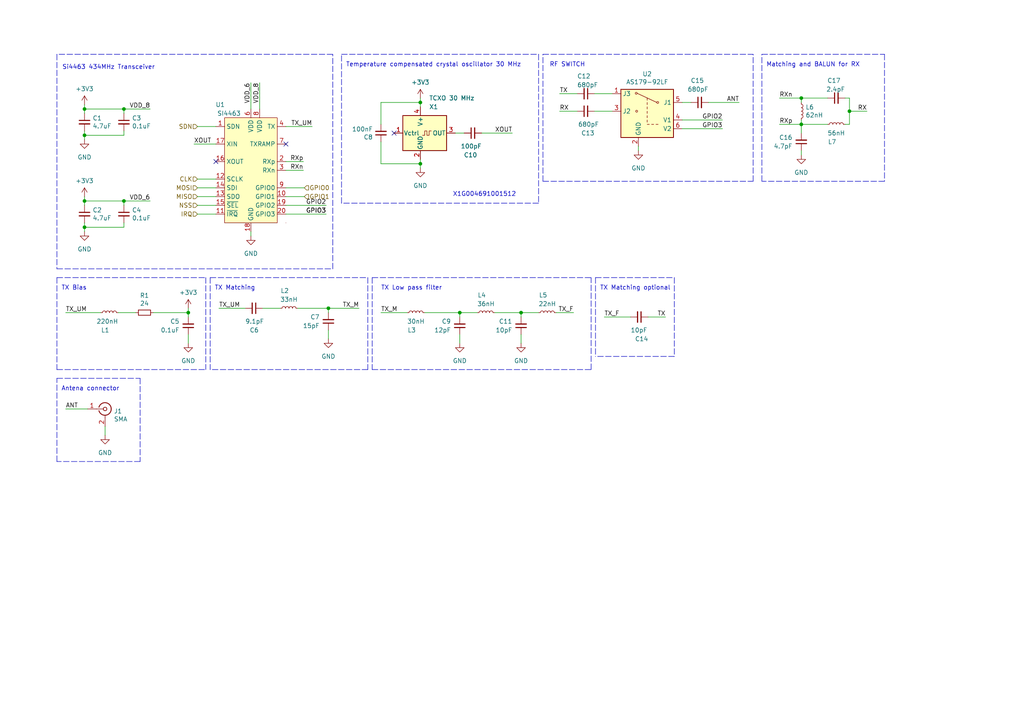
<source format=kicad_sch>
(kicad_sch (version 20211123) (generator eeschema)
  (paper "A4")
  (lib_symbols
    (symbol "Connector:Conn_Coaxial" (pin_names (offset 1.016) hide)
      (property "Reference" "J" (at 0.254 3.048 0))
      (property "Value" "Conn_Coaxial" (at 2.921 0 90))
      (symbol "Conn_Coaxial_0_1"
        (arc (start -1.778 -0.508) (mid 0.2311 -1.8066) (end 1.778 0) (stroke (width 0.254)))
        (polyline (pts (xy -2.54 0) (xy -0.508 0)))
        (polyline (pts (xy 0 -2.54) (xy 0 -1.778)))
        (circle (center 0 0) (radius 0.508) (stroke (width 0.2032)))
        (arc (start 1.778 0) (mid 0.2099 1.8101) (end -1.778 0.508) (stroke (width 0.254)))
      )
      (symbol "Conn_Coaxial_1_1"
        (pin passive line (at -5.08 0 0) (length 2.54) (name "In") (number "1"))
        (pin passive line (at 0 -5.08 90) (length 2.54) (name "Ext") (number "2"))
      )
    )
    (symbol "Device:C_Small" (pin_numbers hide) (pin_names (offset 0.254) hide)
      (property "Reference" "C" (at 0.254 1.778 0))
      (property "Value" "C_Small" (at 0.254 -2.032 0))
      (symbol "C_Small_0_1"
        (polyline (pts (xy -1.524 -0.508) (xy 1.524 -0.508)) (stroke (width 0.3302)))
        (polyline (pts (xy -1.524 0.508) (xy 1.524 0.508)) (stroke (width 0.3048)))
      )
      (symbol "C_Small_1_1"
        (pin passive line (at 0 2.54 270) (length 2.032) (name "~") (number "1"))
        (pin passive line (at 0 -2.54 90) (length 2.032) (name "~") (number "2"))
      )
    )
    (symbol "Device:L_Small" (pin_numbers hide) (pin_names (offset 0.254) hide)
      (property "Reference" "L" (at 0.762 1.016 0))
      (property "Value" "L_Small" (at 0.762 -1.016 0))
      (symbol "L_Small_0_1"
        (arc (start 0 -2.032) (mid 0.508 -1.524) (end 0 -1.016))
        (arc (start 0 -1.016) (mid 0.508 -0.508) (end 0 0))
        (arc (start 0 0) (mid 0.508 0.508) (end 0 1.016))
        (arc (start 0 1.016) (mid 0.508 1.524) (end 0 2.032))
      )
      (symbol "L_Small_1_1"
        (pin passive line (at 0 2.54 270) (length 0.508) (name "~") (number "1"))
        (pin passive line (at 0 -2.54 90) (length 0.508) (name "~") (number "2"))
      )
    )
    (symbol "Device:R_Small" (pin_numbers hide) (pin_names (offset 0.254) hide)
      (property "Reference" "R" (at 0.762 0.508 0))
      (property "Value" "R_Small" (at 0.762 -1.016 0))
      (symbol "R_Small_0_1"
        (rectangle (start -0.762 1.778) (end 0.762 -1.778) (stroke (width 0.2032)))
      )
      (symbol "R_Small_1_1"
        (pin passive line (at 0 2.54 270) (length 0.762) (name "~") (number "1"))
        (pin passive line (at 0 -2.54 90) (length 0.762) (name "~") (number "2"))
      )
    )
    (symbol "Oscillator:DFA-S15" (pin_names (offset 0.254))
      (property "Reference" "X" (at -5.08 6.35 0))
      (property "Value" "DFA-S15" (at 1.27 -6.35 0))
      (symbol "DFA-S15_0_1"
        (rectangle (start -5.08 5.08) (end 7.62 -5.08) (stroke (width 0.254)) (fill (type background)))
        (polyline (pts (xy 0.635 -0.635) (xy 1.27 -0.635) (xy 1.27 0.635) (xy 1.905 0.635) (xy 1.905 -0.635) (xy 2.54 -0.635) (xy 2.54 0.635) (xy 3.175 0.635)))
      )
      (symbol "DFA-S15_1_1"
        (pin input line (at -7.62 0 0) (length 2.54) (name "Vctrl") (number "1"))
        (pin power_in line (at 0 -7.62 90) (length 2.54) (name "GND") (number "2"))
        (pin output line (at 10.16 0 180) (length 2.54) (name "OUT") (number "3"))
        (pin power_in line (at 0 7.62 270) (length 2.54) (name "V+") (number "4"))
      )
    )
    (symbol "RF:Si4463"
      (property "Reference" "U" (at -6.35 16.51 0))
      (property "Value" "Si4463" (at 6.35 16.51 0))
      (symbol "Si4463_0_1"
        (rectangle (start -7.62 15.24) (end 7.62 -15.24) (fill (type background)))
        (rectangle (start 10.16 -15.24) (end 10.16 -15.24))
      )
      (symbol "Si4463_1_1"
        (pin input line (at -10.16 12.7 0) (length 2.54) (name "SDN") (number "1"))
        (pin bidirectional line (at 10.16 -7.62 180) (length 2.54) (name "GPIO1") (number "10"))
        (pin open_collector line (at -10.16 -12.7 0) (length 2.54) (name "~{IRQ}") (number "11"))
        (pin input line (at -10.16 -2.54 0) (length 2.54) (name "SCLK") (number "12"))
        (pin output line (at -10.16 -7.62 0) (length 2.54) (name "SDO") (number "13"))
        (pin input line (at -10.16 -5.08 0) (length 2.54) (name "SDI") (number "14"))
        (pin input line (at -10.16 -10.16 0) (length 2.54) (name "~{SEL}") (number "15"))
        (pin passive line (at -10.16 2.54 0) (length 2.54) (name "XOUT") (number "16"))
        (pin input line (at -10.16 7.62 0) (length 2.54) (name "XIN") (number "17"))
        (pin power_in line (at 0 -17.78 90) (length 2.54) (name "GND") (number "18"))
        (pin bidirectional line (at 10.16 -10.16 180) (length 2.54) (name "GPIO2") (number "19"))
        (pin input line (at 10.16 2.54 180) (length 2.54) (name "RXp") (number "2"))
        (pin bidirectional line (at 10.16 -12.7 180) (length 2.54) (name "GPIO3") (number "20"))
        (pin power_in line (at 0 -17.78 90) (length 2.54) hide (name "GND") (number "21"))
        (pin input line (at 10.16 0 180) (length 2.54) (name "RXn") (number "3"))
        (pin output line (at 10.16 12.7 180) (length 2.54) (name "TX") (number "4"))
        (pin no_connect line (at 7.62 -15.24 180) (length 2.54) hide (name "NC") (number "5"))
        (pin power_in line (at 0 17.78 270) (length 2.54) (name "VDD") (number "6"))
        (pin output line (at 10.16 7.62 180) (length 2.54) (name "TXRAMP") (number "7"))
        (pin power_in line (at 2.54 17.78 270) (length 2.54) (name "VDD") (number "8"))
        (pin bidirectional line (at 10.16 -5.08 180) (length 2.54) (name "GPIO0") (number "9"))
      )
    )
    (symbol "RF_Switch:AS179-92LF"
      (property "Reference" "U" (at -7.62 7.62 0))
      (property "Value" "AS179-92LF" (at 2.54 7.62 0))
      (symbol "AS179-92LF_1_1"
        (circle (center -3.048 2.54) (radius 0.2794))
        (polyline (pts (xy -3.175 -3.81) (xy -2.54 -3.81)))
        (polyline (pts (xy -2.794 2.54) (xy 2.921 5.207)))
        (polyline (pts (xy -1.905 -3.81) (xy -1.27 -3.81)))
        (polyline (pts (xy -0.635 -3.81) (xy 0 -3.81)))
        (polyline (pts (xy 0 -3.175) (xy 0 -2.54)))
        (polyline (pts (xy 0 -1.905) (xy 0 -1.27)))
        (polyline (pts (xy 0 -0.635) (xy 0 0)))
        (polyline (pts (xy 0 0.635) (xy 0 1.27)))
        (polyline (pts (xy 0 1.905) (xy 0 2.54)))
        (polyline (pts (xy 0 3.175) (xy 0 3.81)))
        (circle (center 3.048 0) (radius 0.2794))
        (circle (center 3.175 5.207) (radius 0.2794))
        (rectangle (start 7.62 -7.62) (end -7.62 6.35) (stroke (width 0.254)) (fill (type background)))
        (pin passive line (at 10.16 5.08 180) (length 2.54) (name "J3") (number "1"))
        (pin power_in line (at 2.54 -10.16 90) (length 2.54) (name "GND") (number "2"))
        (pin passive line (at 10.16 0 180) (length 2.54) (name "J2") (number "3"))
        (pin input line (at -10.16 -2.54 0) (length 2.54) (name "V1") (number "4"))
        (pin passive line (at -10.16 2.54 0) (length 2.54) (name "J1") (number "5"))
        (pin input line (at -10.16 -5.08 0) (length 2.54) (name "V2") (number "6"))
      )
    )
    (symbol "power:+3.3V" (power) (pin_names (offset 0))
      (property "Value" "+3.3V" (at 0 3.556 0))
      (symbol "+3.3V_0_1"
        (polyline (pts (xy -0.762 1.27) (xy 0 2.54)))
        (polyline (pts (xy 0 0) (xy 0 2.54)))
        (polyline (pts (xy 0 2.54) (xy 0.762 1.27)))
      )
      (symbol "+3.3V_1_1"
        (pin power_in line (at 0 0 90) (length 0) hide (name "+3V3") (number "1"))
      )
    )
    (symbol "power:GND" (power) (pin_names (offset 0))
      (property "Value" "GND" (at 0 -3.81 0))
      (symbol "GND_0_1"
        (polyline (pts (xy 0 0) (xy 0 -1.27) (xy 1.27 -1.27) (xy 0 -2.54) (xy -1.27 -1.27) (xy 0 -1.27)))
      )
      (symbol "GND_1_1"
        (pin power_in line (at 0 0 270) (length 0) hide (name "GND") (number "1"))
      )
    )
  )
  (junction (at 246.38 32.258))
  (junction (at 95.25 89.408))
  (junction (at 24.511 31.623))
  (junction (at 54.61 90.678))
  (junction (at 232.41 36.068))
  (junction (at 151.13 90.678))
  (junction (at 24.511 39.243))
  (junction (at 35.941 58.293))
  (junction (at 35.941 31.623))
  (junction (at 232.41 28.448))
  (junction (at 121.92 47.498))
  (junction (at 24.511 58.293))
  (junction (at 121.92 29.718))
  (junction (at 133.35 90.678))
  (junction (at 24.511 65.913))
  (no_connect (at 82.931 41.783))
  (no_connect (at 62.611 46.863))
  (no_connect (at 114.3 38.608))
  (wire (pts (xy 110.49 47.498) (xy 110.49 41.148)))
  (wire (pts (xy 72.771 24.003) (xy 72.771 31.623)))
  (polyline (pts (xy 16.51 77.978) (xy 96.52 77.978)))
  (wire (pts (xy 24.511 65.913) (xy 24.511 67.183)))
  (wire (pts (xy 95.25 89.408) (xy 104.14 89.408)))
  (wire (pts (xy 121.92 47.498) (xy 110.49 47.498)))
  (wire (pts (xy 246.38 28.448) (xy 245.11 28.448)))
  (wire (pts (xy 57.277 57.023) (xy 62.611 57.023)))
  (wire (pts (xy 156.21 90.678) (xy 151.13 90.678)))
  (wire (pts (xy 86.36 89.408) (xy 95.25 89.408)))
  (wire (pts (xy 88.011 46.863) (xy 82.931 46.863)))
  (wire (pts (xy 19.05 90.678) (xy 29.21 90.678)))
  (polyline (pts (xy 16.51 107.188) (xy 59.69 107.188)))
  (wire (pts (xy 95.25 98.298) (xy 95.25 95.758)))
  (wire (pts (xy 57.277 54.483) (xy 62.611 54.483)))
  (wire (pts (xy 167.386 27.178) (xy 162.306 27.178)))
  (wire (pts (xy 95.25 90.678) (xy 95.25 89.408)))
  (polyline (pts (xy 16.51 133.858) (xy 16.51 109.728)))
  (wire (pts (xy 43.561 58.293) (xy 35.941 58.293)))
  (polyline (pts (xy 107.95 80.518) (xy 107.95 107.188)))
  (wire (pts (xy 121.92 29.718) (xy 110.49 29.718)))
  (wire (pts (xy 123.19 90.678) (xy 133.35 90.678)))
  (wire (pts (xy 24.511 58.293) (xy 24.511 59.563)))
  (wire (pts (xy 75.311 24.003) (xy 75.311 31.623)))
  (polyline (pts (xy 16.51 80.518) (xy 16.51 107.188)))
  (wire (pts (xy 232.41 36.068) (xy 240.03 36.068)))
  (polyline (pts (xy 157.48 52.578) (xy 218.44 52.578)))
  (wire (pts (xy 88.011 49.403) (xy 82.931 49.403)))
  (wire (pts (xy 57.277 62.103) (xy 62.611 62.103)))
  (polyline (pts (xy 157.48 52.578) (xy 157.48 15.748)))
  (polyline (pts (xy 16.51 109.728) (xy 40.64 109.728)))
  (polyline (pts (xy 256.54 15.748) (xy 256.54 52.578)))
  (wire (pts (xy 82.931 62.103) (xy 94.615 62.103)))
  (wire (pts (xy 57.277 51.943) (xy 62.611 51.943)))
  (wire (pts (xy 197.866 34.798) (xy 209.55 34.798)))
  (wire (pts (xy 24.511 39.243) (xy 35.941 39.243)))
  (wire (pts (xy 232.41 36.068) (xy 232.41 34.798)))
  (wire (pts (xy 151.13 99.568) (xy 151.13 97.028)))
  (wire (pts (xy 185.166 43.688) (xy 185.166 42.418)))
  (wire (pts (xy 200.406 29.718) (xy 197.866 29.718)))
  (wire (pts (xy 121.92 46.228) (xy 121.92 47.498)))
  (polyline (pts (xy 59.69 80.518) (xy 59.69 107.188)))
  (polyline (pts (xy 220.98 52.578) (xy 220.98 15.748)))
  (wire (pts (xy 82.931 57.023) (xy 88.265 57.023)))
  (polyline (pts (xy 40.64 133.858) (xy 16.51 133.858)))
  (wire (pts (xy 24.511 37.973) (xy 24.511 39.243)))
  (wire (pts (xy 76.2 89.408) (xy 81.28 89.408)))
  (wire (pts (xy 151.13 90.678) (xy 151.13 91.948)))
  (wire (pts (xy 246.38 32.258) (xy 246.38 28.448)))
  (wire (pts (xy 57.277 36.703) (xy 62.611 36.703)))
  (polyline (pts (xy 96.52 15.748) (xy 16.51 15.748)))
  (wire (pts (xy 24.511 57.023) (xy 24.511 58.293)))
  (wire (pts (xy 134.62 38.608) (xy 132.08 38.608)))
  (wire (pts (xy 121.92 29.718) (xy 121.92 30.988)))
  (polyline (pts (xy 60.96 80.518) (xy 106.68 80.518)))
  (wire (pts (xy 24.511 30.353) (xy 24.511 31.623)))
  (wire (pts (xy 133.35 99.568) (xy 133.35 97.028)))
  (wire (pts (xy 24.511 65.913) (xy 35.941 65.913)))
  (wire (pts (xy 161.29 90.678) (xy 166.37 90.678)))
  (wire (pts (xy 24.511 31.623) (xy 35.941 31.623)))
  (wire (pts (xy 57.277 59.563) (xy 62.611 59.563)))
  (wire (pts (xy 187.96 91.948) (xy 193.04 91.948)))
  (polyline (pts (xy 172.72 80.518) (xy 195.58 80.518)))
  (wire (pts (xy 139.7 38.608) (xy 148.59 38.608)))
  (polyline (pts (xy 16.51 15.748) (xy 16.51 77.978)))
  (wire (pts (xy 24.511 31.623) (xy 24.511 32.893)))
  (wire (pts (xy 110.49 29.718) (xy 110.49 36.068)))
  (wire (pts (xy 71.12 89.408) (xy 63.5 89.408)))
  (polyline (pts (xy 107.95 107.188) (xy 171.45 107.188)))
  (wire (pts (xy 182.88 91.948) (xy 175.26 91.948)))
  (wire (pts (xy 35.941 39.243) (xy 35.941 37.973)))
  (polyline (pts (xy 156.21 58.928) (xy 99.06 58.928)))
  (polyline (pts (xy 40.64 109.728) (xy 40.64 133.858)))
  (wire (pts (xy 25.4 118.618) (xy 19.05 118.618)))
  (wire (pts (xy 35.941 58.293) (xy 35.941 59.563)))
  (polyline (pts (xy 106.68 107.188) (xy 60.96 107.188)))
  (wire (pts (xy 56.261 41.783) (xy 62.611 41.783)))
  (wire (pts (xy 133.35 90.678) (xy 133.35 91.948)))
  (polyline (pts (xy 99.06 58.928) (xy 99.06 15.748)))
  (wire (pts (xy 54.61 89.408) (xy 54.61 90.678)))
  (wire (pts (xy 172.466 32.258) (xy 177.546 32.258)))
  (wire (pts (xy 72.771 68.453) (xy 72.771 67.183)))
  (wire (pts (xy 24.511 64.643) (xy 24.511 65.913)))
  (wire (pts (xy 246.38 36.068) (xy 246.38 32.258)))
  (polyline (pts (xy 107.95 80.518) (xy 171.45 80.518)))
  (wire (pts (xy 226.06 28.448) (xy 232.41 28.448)))
  (wire (pts (xy 24.511 58.293) (xy 35.941 58.293)))
  (polyline (pts (xy 60.96 80.518) (xy 60.96 107.188)))
  (wire (pts (xy 44.45 90.678) (xy 54.61 90.678)))
  (wire (pts (xy 197.866 37.338) (xy 209.55 37.338)))
  (polyline (pts (xy 195.58 80.518) (xy 195.58 103.378)))
  (polyline (pts (xy 96.52 77.978) (xy 96.52 15.748)))
  (wire (pts (xy 232.41 38.608) (xy 232.41 36.068)))
  (wire (pts (xy 143.51 90.678) (xy 151.13 90.678)))
  (wire (pts (xy 39.37 90.678) (xy 34.29 90.678)))
  (wire (pts (xy 240.03 28.448) (xy 232.41 28.448)))
  (wire (pts (xy 24.511 39.243) (xy 24.511 40.513)))
  (polyline (pts (xy 256.54 52.578) (xy 220.98 52.578)))
  (polyline (pts (xy 156.21 15.748) (xy 156.21 58.928)))
  (wire (pts (xy 138.43 90.678) (xy 133.35 90.678)))
  (polyline (pts (xy 16.51 80.518) (xy 59.69 80.518)))
  (wire (pts (xy 43.561 31.623) (xy 35.941 31.623)))
  (polyline (pts (xy 172.72 80.518) (xy 172.72 103.378)))
  (wire (pts (xy 246.38 32.258) (xy 251.46 32.258)))
  (wire (pts (xy 30.48 126.238) (xy 30.48 123.698)))
  (polyline (pts (xy 220.98 15.748) (xy 256.54 15.748)))
  (polyline (pts (xy 106.68 80.518) (xy 106.68 107.188)))
  (polyline (pts (xy 157.48 15.748) (xy 218.44 15.748)))
  (polyline (pts (xy 195.58 103.378) (xy 172.72 103.378)))
  (wire (pts (xy 35.941 65.913) (xy 35.941 64.643)))
  (wire (pts (xy 110.49 90.678) (xy 118.11 90.678)))
  (polyline (pts (xy 99.06 15.748) (xy 156.21 15.748)))
  (wire (pts (xy 82.931 36.703) (xy 90.551 36.703)))
  (wire (pts (xy 232.41 28.448) (xy 232.41 29.718)))
  (wire (pts (xy 35.941 31.623) (xy 35.941 32.893)))
  (wire (pts (xy 82.931 59.563) (xy 94.615 59.563)))
  (polyline (pts (xy 171.45 107.188) (xy 171.45 80.518)))
  (wire (pts (xy 121.92 48.768) (xy 121.92 47.498)))
  (polyline (pts (xy 218.44 52.578) (xy 218.44 15.748)))
  (wire (pts (xy 232.41 44.958) (xy 232.41 43.688)))
  (wire (pts (xy 54.61 99.568) (xy 54.61 97.028)))
  (wire (pts (xy 226.06 36.068) (xy 232.41 36.068)))
  (wire (pts (xy 177.546 27.178) (xy 172.466 27.178)))
  (wire (pts (xy 245.11 36.068) (xy 246.38 36.068)))
  (wire (pts (xy 205.486 29.718) (xy 214.376 29.718)))
  (wire (pts (xy 167.386 32.258) (xy 162.306 32.258)))
  (wire (pts (xy 54.61 90.678) (xy 54.61 91.948)))
  (wire (pts (xy 121.92 28.448) (xy 121.92 29.718)))
  (wire (pts (xy 82.931 54.483) (xy 88.265 54.483)))
  (text "Matching and BALUN for RX" (at 222.25 19.558 0) (effects (font (size 1.27 1.27)) (justify left bottom)))
  (text "Antena connector" (at 17.78 113.538 0) (effects (font (size 1.27 1.27)) (justify left bottom)))
  (text "Si4463 434MHz Transceiver" (at 18.034 20.32 0) (effects (font (size 1.27 1.27)) (justify left bottom)))
  (text "X1G004691001512\n" (at 131.318 57.15 0) (effects (font (size 1.27 1.27)) (justify left bottom)))
  (text "RF SWITCH\n" (at 159.385 19.558 0) (effects (font (size 1.27 1.27)) (justify left bottom)))
  (text "TX Bias" (at 17.78 84.328 0) (effects (font (size 1.27 1.27)) (justify left bottom)))
  (text "TX Low pass filter" (at 110.49 84.328 0) (effects (font (size 1.27 1.27)) (justify left bottom)))
  (text "Temperature compensated crystal oscillator 30 MHz" (at 100.33 19.558 0) (effects (font (size 1.27 1.27)) (justify left bottom)))
  (text "TX Matching" (at 62.23 84.328 0) (effects (font (size 1.27 1.27)) (justify left bottom)))
  (text "TX Matching optional" (at 173.99 84.328 0) (effects (font (size 1.27 1.27)) (justify left bottom)))
  (label "TX" (at 162.306 27.178 0))
  (label "GPIO3" (at 94.615 62.103 180))
  (label "VDD_6" (at 72.771 24.003 270))
  (label "XOUT" (at 56.261 41.783 0))
  (label "VDD_6" (at 43.561 58.293 180))
  (label "GPIO2" (at 94.615 59.563 180))
  (label "TX" (at 193.04 91.948 180))
  (label "VDD_8" (at 43.561 31.623 180))
  (label "GPIO2" (at 209.55 34.798 180))
  (label "RXp" (at 226.06 36.068 0))
  (label "TX_M" (at 104.14 89.408 180))
  (label "RX" (at 251.46 32.258 180))
  (label "RX" (at 162.306 32.258 0))
  (label "TX_UM" (at 90.551 36.703 180))
  (label "TX_M" (at 110.49 90.678 0))
  (label "GPIO3" (at 94.615 62.103 180))
  (label "ANT" (at 214.376 29.718 180))
  (label "XOUT" (at 148.59 38.608 180))
  (label "RXn" (at 88.011 49.403 180))
  (label "TX_UM" (at 63.5 89.408 0))
  (label "TX_UM" (at 19.05 90.678 0))
  (label "VDD_8" (at 75.311 24.003 270))
  (label "RXn" (at 226.06 28.448 0))
  (label "TX_F" (at 175.26 91.948 0))
  (label "GPIO3" (at 209.55 37.338 180))
  (label "TX_F" (at 166.37 90.678 180))
  (label "ANT" (at 19.05 118.618 0))
  (label "RXp" (at 88.011 46.863 180))
  (hierarchical_label "NSS" (shape input) (at 57.277 59.563 180))
  (hierarchical_label "MOSI" (shape input) (at 57.277 54.483 180))
  (hierarchical_label "MISO" (shape input) (at 57.277 57.023 180))
  (hierarchical_label "IRQ" (shape input) (at 57.277 62.103 180))
  (hierarchical_label "GPIO1" (shape input) (at 88.265 57.023 0))
  (hierarchical_label "GPIO0" (shape input) (at 88.265 54.483 0))
  (hierarchical_label "SDN" (shape input) (at 57.277 36.703 180))
  (hierarchical_label "CLK" (shape input) (at 57.277 51.943 180))
  (symbol (lib_id "Device:C_Small") (at 137.16 38.608 90) (unit 1)
    (property "Reference" "C10" (at 138.43 44.958 90) (effects (justify left)))
    (property "Value" "100pF" (at 139.7 42.418 90) (effects (justify left)))
    (property "Footprint" "Capacitor_SMD:C_0402_1005Metric" (effects hide))
  )
  (symbol (lib_id "Device:C_Small") (at 151.13 94.488 180) (unit 1)
    (property "Reference" "C11" (at 148.59 93.218 0) (effects (justify left)))
    (property "Value" "10pF" (at 148.59 95.758 0) (effects (justify left)))
    (property "Footprint" "Capacitor_SMD:C_0402_1005Metric" (effects hide))
  )
  (symbol (lib_id "Device:R_Small") (at 41.91 90.678 270) (unit 1)
    (property "Reference" "R1" (at 41.91 85.6996 90))
    (property "Value" "24" (at 41.91 88.011 90))
    (property "Footprint" "Resistor_SMD:R_0603_1608Metric" (effects hide))
  )
  (symbol (lib_id "power:GND") (at 30.48 126.238 0) (unit 1)
    (property "Reference" "#PWR0103" (effects hide))
    (property "Value" "GND" (at 30.48 131.318 0))
  )
  (symbol (lib_id "Device:L_Small") (at 120.65 90.678 90) (unit 1)
    (property "Reference" "L3" (at 120.65 95.758 90) (effects (justify left)))
    (property "Value" "30nH" (at 123.19 93.218 90) (effects (justify left)))
    (property "Footprint" "Inductor_SMD:L_0402_1005Metric" (effects hide))
  )
  (symbol (lib_id "power:+3.3V") (at 54.61 89.408 0) (unit 1)
    (property "Reference" "#PWR0104" (effects hide))
    (property "Value" "+3.3V" (at 54.61 84.836 0))
  )
  (symbol (lib_id "Device:C_Small") (at 202.946 29.718 90) (unit 1)
    (property "Reference" "C15" (at 204.216 23.368 90) (effects (justify left)))
    (property "Value" "680pF" (at 205.486 25.908 90) (effects (justify left)))
    (property "Footprint" "Capacitor_SMD:C_0402_1005Metric" (effects hide))
  )
  (symbol (lib_id "Device:C_Small") (at 185.42 91.948 270) (unit 1)
    (property "Reference" "C14" (at 184.15 98.298 90) (effects (justify left)))
    (property "Value" "10pF" (at 182.88 95.758 90) (effects (justify left)))
    (property "Footprint" "Capacitor_SMD:C_0402_1005Metric" (effects hide))
  )
  (symbol (lib_id "power:+3.3V") (at 121.92 28.448 0) (unit 1)
    (property "Reference" "#PWR0114" (effects hide))
    (property "Value" "+3.3V" (at 121.92 23.876 0))
  )
  (symbol (lib_id "Device:C_Small") (at 133.35 94.488 180) (unit 1)
    (property "Reference" "C9" (at 130.81 93.218 0) (effects (justify left)))
    (property "Value" "12pF" (at 130.81 95.758 0) (effects (justify left)))
    (property "Footprint" "Capacitor_SMD:C_0402_1005Metric" (effects hide))
  )
  (symbol (lib_id "Device:L_Small") (at 140.97 90.678 90) (unit 1)
    (property "Reference" "L4" (at 140.97 85.598 90) (effects (justify left)))
    (property "Value" "36nH" (at 143.51 88.138 90) (effects (justify left)))
    (property "Footprint" "Inductor_SMD:L_0402_1005Metric" (effects hide))
  )
  (symbol (lib_id "power:+3.3V") (at 24.511 30.353 0) (unit 1)
    (property "Reference" "#PWR0109" (effects hide))
    (property "Value" "+3.3V" (at 24.511 25.781 0))
  )
  (symbol (lib_id "power:GND") (at 232.41 44.958 0) (unit 1)
    (property "Reference" "#PWR0113" (effects hide))
    (property "Value" "GND" (at 232.41 50.038 0))
  )
  (symbol (lib_id "power:GND") (at 24.511 67.183 0) (unit 1)
    (property "Reference" "#PWR0110" (effects hide))
    (property "Value" "GND" (at 24.511 72.263 0))
  )
  (symbol (lib_id "Device:C_Small") (at 110.49 38.608 180) (unit 1)
    (property "Reference" "C8" (at 108.1532 39.7764 0) (effects (justify left)))
    (property "Value" "100nF" (at 108.1532 37.465 0) (effects (justify left)))
    (property "Footprint" "Capacitor_SMD:C_0402_1005Metric" (effects hide))
  )
  (symbol (lib_id "Device:C_Small") (at 35.941 35.433 0) (unit 1)
    (property "Reference" "C3" (at 38.2778 34.2646 0) (effects (justify left)))
    (property "Value" "0.1uF" (at 38.2778 36.576 0) (effects (justify left)))
    (property "Footprint" "Capacitor_SMD:C_0402_1005Metric" (effects hide))
  )
  (symbol (lib_id "Oscillator:DFA-S15") (at 121.92 38.608 0) (unit 1)
    (property "Reference" "X1" (at 124.46 30.988 0) (effects (justify left)))
    (property "Value" "TCXO 30 MHz" (at 124.46 28.448 0) (effects (justify left)))
    (property "Footprint" "Crystal:Crystal_SMD_2016-4Pin_2.0x1.6mm" (effects hide))
    (property "Datasheet" "http://www.metatech.com.hk/product/fordahl/pdf/2002%20TCXO%20Page%2043-58.pdf" (effects hide))
  )
  (symbol (lib_id "power:GND") (at 185.166 43.688 0) (unit 1)
    (property "Reference" "#PWR0107" (effects hide))
    (property "Value" "GND" (at 185.166 48.768 0))
  )
  (symbol (lib_id "power:GND") (at 54.61 99.568 0) (unit 1)
    (property "Reference" "#PWR0105" (effects hide))
    (property "Value" "GND" (at 54.61 104.648 0))
  )
  (symbol (lib_id "Device:C_Small") (at 95.25 93.218 180) (unit 1)
    (property "Reference" "C7" (at 92.71 91.948 0) (effects (justify left)))
    (property "Value" "15pF" (at 92.71 94.488 0) (effects (justify left)))
    (property "Footprint" "Capacitor_SMD:C_0402_1005Metric" (effects hide))
  )
  (symbol (lib_id "Device:C_Small") (at 242.57 28.448 90) (unit 1)
    (property "Reference" "C17" (at 243.84 23.368 90) (effects (justify left)))
    (property "Value" "2.4pF" (at 245.11 25.908 90) (effects (justify left)))
    (property "Footprint" "Capacitor_SMD:C_0402_1005Metric" (effects hide))
  )
  (symbol (lib_id "Device:C_Small") (at 169.926 27.178 270) (unit 1)
    (property "Reference" "C12" (at 167.386 22.098 90) (effects (justify left)))
    (property "Value" "680pF" (at 167.386 24.638 90) (effects (justify left)))
    (property "Footprint" "Capacitor_SMD:C_0402_1005Metric" (effects hide))
  )
  (symbol (lib_id "Device:C_Small") (at 24.511 35.433 0) (unit 1)
    (property "Reference" "C1" (at 26.8478 34.2646 0) (effects (justify left)))
    (property "Value" "4.7uF" (at 26.8478 36.576 0) (effects (justify left)))
    (property "Footprint" "Capacitor_SMD:C_0603_1608Metric" (effects hide))
  )
  (symbol (lib_id "Connector:Conn_Coaxial") (at 30.48 118.618 0) (unit 1)
    (property "Reference" "J1" (at 33.02 119.253 0) (effects (justify left)))
    (property "Value" "SMA" (at 33.02 121.5644 0) (effects (justify left)))
    (property "Footprint" "Connector_Coaxial:SMA_Amphenol_132134-16_Vertical" (effects hide))
    (property "Datasheet" " ~" (effects hide))
  )
  (symbol (lib_id "Device:C_Small") (at 73.66 89.408 270) (unit 1)
    (property "Reference" "C6" (at 72.39 95.758 90) (effects (justify left)))
    (property "Value" "9.1pF" (at 71.12 93.218 90) (effects (justify left)))
    (property "Footprint" "Capacitor_SMD:C_0402_1005Metric" (effects hide))
  )
  (symbol (lib_id "RF:Si4463") (at 72.771 49.403 0) (unit 1)
    (property "Reference" "U1" (at 63.881 30.353 0))
    (property "Value" "SI4463" (at 66.421 32.893 0))
    (property "Datasheet" "https://www.silabs.com/documents/public/data-sheets/Si4464-63-61-60.pdf" (effects hide))
  )
  (symbol (lib_id "RF_Switch:AS179-92LF") (at 187.706 32.258 0) (mirror y) (unit 1)
    (property "Reference" "U2" (at 187.706 21.463 0))
    (property "Value" "AS179-92LF" (at 187.706 23.7744 0))
    (property "Footprint" "Package_TO_SOT_SMD:SOT-363_SC-70-6" (effects hide))
    (property "Datasheet" "http://www.skyworksinc.com/uploads/documents/AS179_92LF_200176H.pdf" (effects hide))
  )
  (symbol (lib_id "Device:L_Small") (at 31.75 90.678 90) (unit 1)
    (property "Reference" "L1" (at 31.75 95.758 90) (effects (justify left)))
    (property "Value" "220nH" (at 34.29 93.218 90) (effects (justify left)))
    (property "Footprint" "Inductor_SMD:L_0603_1608Metric" (effects hide))
  )
  (symbol (lib_id "power:+3.3V") (at 24.511 57.023 0) (unit 1)
    (property "Reference" "#PWR0112" (effects hide))
    (property "Value" "+3.3V" (at 24.511 52.451 0))
  )
  (symbol (lib_id "Device:L_Small") (at 242.57 36.068 90) (unit 1)
    (property "Reference" "L7" (at 242.57 41.148 90) (effects (justify left)))
    (property "Value" "56nH" (at 245.11 38.608 90) (effects (justify left)))
    (property "Footprint" "Inductor_SMD:L_0402_1005Metric" (effects hide))
  )
  (symbol (lib_id "Device:C_Small") (at 232.41 41.148 180) (unit 1)
    (property "Reference" "C16" (at 229.87 39.878 0) (effects (justify left)))
    (property "Value" "4.7pF" (at 229.87 42.418 0) (effects (justify left)))
    (property "Footprint" "Capacitor_SMD:C_0402_1005Metric" (effects hide))
  )
  (symbol (lib_id "power:GND") (at 133.35 99.568 0) (unit 1)
    (property "Reference" "#PWR0102" (effects hide))
    (property "Value" "GND" (at 133.35 104.648 0))
  )
  (symbol (lib_id "power:GND") (at 72.771 68.453 0) (unit 1)
    (property "Reference" "#PWR0108" (effects hide))
    (property "Value" "GND" (at 72.771 73.533 0))
  )
  (symbol (lib_id "Device:C_Small") (at 35.941 62.103 0) (unit 1)
    (property "Reference" "C4" (at 38.2778 60.9346 0) (effects (justify left)))
    (property "Value" "0.1uF" (at 38.2778 63.246 0) (effects (justify left)))
    (property "Footprint" "Capacitor_SMD:C_0402_1005Metric" (effects hide))
  )
  (symbol (lib_id "power:GND") (at 24.511 40.513 0) (unit 1)
    (property "Reference" "#PWR0111" (effects hide))
    (property "Value" "GND" (at 24.511 45.593 0))
  )
  (symbol (lib_id "power:GND") (at 95.25 98.298 0) (unit 1)
    (property "Reference" "#PWR0106" (effects hide))
    (property "Value" "GND" (at 95.25 103.378 0))
  )
  (symbol (lib_id "Device:L_Small") (at 83.82 89.408 90) (unit 1)
    (property "Reference" "L2" (at 83.82 84.328 90) (effects (justify left)))
    (property "Value" "33nH" (at 86.36 86.868 90) (effects (justify left)))
    (property "Footprint" "Inductor_SMD:L_0402_1005Metric" (effects hide))
  )
  (symbol (lib_id "power:GND") (at 151.13 99.568 0) (unit 1)
    (property "Reference" "#PWR0101" (effects hide))
    (property "Value" "GND" (at 151.13 104.648 0))
  )
  (symbol (lib_id "Device:L_Small") (at 158.75 90.678 90) (unit 1)
    (property "Reference" "L5" (at 158.75 85.598 90) (effects (justify left)))
    (property "Value" "22nH" (at 161.29 88.138 90) (effects (justify left)))
    (property "Footprint" "Inductor_SMD:L_0402_1005Metric" (effects hide))
  )
  (symbol (lib_id "Device:L_Small") (at 232.41 32.258 0) (unit 1)
    (property "Reference" "L6" (at 233.6292 31.0896 0) (effects (justify left)))
    (property "Value" "62nH" (at 233.6292 33.401 0) (effects (justify left)))
    (property "Footprint" "Inductor_SMD:L_0402_1005Metric" (effects hide))
  )
  (symbol (lib_id "Device:C_Small") (at 169.926 32.258 90) (unit 1)
    (property "Reference" "C13" (at 172.466 38.608 90) (effects (justify left)))
    (property "Value" "680pF" (at 173.736 36.068 90) (effects (justify left)))
    (property "Footprint" "Capacitor_SMD:C_0402_1005Metric" (effects hide))
  )
  (symbol (lib_id "Device:C_Small") (at 24.511 62.103 0) (unit 1)
    (property "Reference" "C2" (at 26.8478 60.9346 0) (effects (justify left)))
    (property "Value" "4.7uF" (at 26.8478 63.246 0) (effects (justify left)))
    (property "Footprint" "Capacitor_SMD:C_0603_1608Metric" (effects hide))
  )
  (symbol (lib_id "power:GND") (at 121.92 48.768 0) (unit 1)
    (property "Reference" "#PWR0115" (effects hide))
    (property "Value" "GND" (at 121.92 53.848 0))
  )
  (symbol (lib_id "Device:C_Small") (at 54.61 94.488 180) (unit 1)
    (property "Reference" "C5" (at 52.07 93.218 0) (effects (justify left)))
    (property "Value" "0.1uF" (at 52.07 95.758 0) (effects (justify left)))
    (property "Footprint" "Capacitor_SMD:C_0402_1005Metric" (effects hide))
  )
)
</source>
